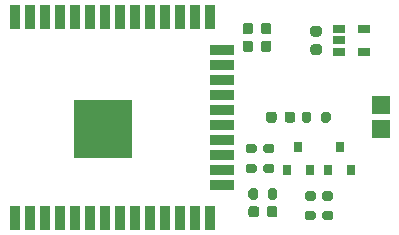
<source format=gtp>
G04 #@! TF.GenerationSoftware,KiCad,Pcbnew,(5.1.10)-1*
G04 #@! TF.CreationDate,2021-12-13T15:30:27+09:00*
G04 #@! TF.ProjectId,cat_tracker,6361745f-7472-4616-936b-65722e6b6963,rev?*
G04 #@! TF.SameCoordinates,Original*
G04 #@! TF.FileFunction,Paste,Top*
G04 #@! TF.FilePolarity,Positive*
%FSLAX46Y46*%
G04 Gerber Fmt 4.6, Leading zero omitted, Abs format (unit mm)*
G04 Created by KiCad (PCBNEW (5.1.10)-1) date 2021-12-13 15:30:27*
%MOMM*%
%LPD*%
G01*
G04 APERTURE LIST*
%ADD10R,0.800000X0.900000*%
%ADD11R,0.900000X2.000000*%
%ADD12R,2.000000X0.900000*%
%ADD13R,5.000000X5.000000*%
%ADD14R,1.060000X0.650000*%
%ADD15R,1.500000X1.500000*%
G04 APERTURE END LIST*
G36*
G01*
X56725000Y-47425000D02*
X57275000Y-47425000D01*
G75*
G02*
X57475000Y-47625000I0J-200000D01*
G01*
X57475000Y-48025000D01*
G75*
G02*
X57275000Y-48225000I-200000J0D01*
G01*
X56725000Y-48225000D01*
G75*
G02*
X56525000Y-48025000I0J200000D01*
G01*
X56525000Y-47625000D01*
G75*
G02*
X56725000Y-47425000I200000J0D01*
G01*
G37*
G36*
G01*
X56725000Y-45775000D02*
X57275000Y-45775000D01*
G75*
G02*
X57475000Y-45975000I0J-200000D01*
G01*
X57475000Y-46375000D01*
G75*
G02*
X57275000Y-46575000I-200000J0D01*
G01*
X56725000Y-46575000D01*
G75*
G02*
X56525000Y-46375000I0J200000D01*
G01*
X56525000Y-45975000D01*
G75*
G02*
X56725000Y-45775000I200000J0D01*
G01*
G37*
G36*
G01*
X58775000Y-46575000D02*
X58225000Y-46575000D01*
G75*
G02*
X58025000Y-46375000I0J200000D01*
G01*
X58025000Y-45975000D01*
G75*
G02*
X58225000Y-45775000I200000J0D01*
G01*
X58775000Y-45775000D01*
G75*
G02*
X58975000Y-45975000I0J-200000D01*
G01*
X58975000Y-46375000D01*
G75*
G02*
X58775000Y-46575000I-200000J0D01*
G01*
G37*
G36*
G01*
X58775000Y-48225000D02*
X58225000Y-48225000D01*
G75*
G02*
X58025000Y-48025000I0J200000D01*
G01*
X58025000Y-47625000D01*
G75*
G02*
X58225000Y-47425000I200000J0D01*
G01*
X58775000Y-47425000D01*
G75*
G02*
X58975000Y-47625000I0J-200000D01*
G01*
X58975000Y-48025000D01*
G75*
G02*
X58775000Y-48225000I-200000J0D01*
G01*
G37*
G36*
G01*
X53775000Y-42575000D02*
X53225000Y-42575000D01*
G75*
G02*
X53025000Y-42375000I0J200000D01*
G01*
X53025000Y-41975000D01*
G75*
G02*
X53225000Y-41775000I200000J0D01*
G01*
X53775000Y-41775000D01*
G75*
G02*
X53975000Y-41975000I0J-200000D01*
G01*
X53975000Y-42375000D01*
G75*
G02*
X53775000Y-42575000I-200000J0D01*
G01*
G37*
G36*
G01*
X53775000Y-44225000D02*
X53225000Y-44225000D01*
G75*
G02*
X53025000Y-44025000I0J200000D01*
G01*
X53025000Y-43625000D01*
G75*
G02*
X53225000Y-43425000I200000J0D01*
G01*
X53775000Y-43425000D01*
G75*
G02*
X53975000Y-43625000I0J-200000D01*
G01*
X53975000Y-44025000D01*
G75*
G02*
X53775000Y-44225000I-200000J0D01*
G01*
G37*
G36*
G01*
X52275000Y-42575000D02*
X51725000Y-42575000D01*
G75*
G02*
X51525000Y-42375000I0J200000D01*
G01*
X51525000Y-41975000D01*
G75*
G02*
X51725000Y-41775000I200000J0D01*
G01*
X52275000Y-41775000D01*
G75*
G02*
X52475000Y-41975000I0J-200000D01*
G01*
X52475000Y-42375000D01*
G75*
G02*
X52275000Y-42575000I-200000J0D01*
G01*
G37*
G36*
G01*
X52275000Y-44225000D02*
X51725000Y-44225000D01*
G75*
G02*
X51525000Y-44025000I0J200000D01*
G01*
X51525000Y-43625000D01*
G75*
G02*
X51725000Y-43425000I200000J0D01*
G01*
X52275000Y-43425000D01*
G75*
G02*
X52475000Y-43625000I0J-200000D01*
G01*
X52475000Y-44025000D01*
G75*
G02*
X52275000Y-44225000I-200000J0D01*
G01*
G37*
G36*
G01*
X53425000Y-46275000D02*
X53425000Y-45725000D01*
G75*
G02*
X53625000Y-45525000I200000J0D01*
G01*
X54025000Y-45525000D01*
G75*
G02*
X54225000Y-45725000I0J-200000D01*
G01*
X54225000Y-46275000D01*
G75*
G02*
X54025000Y-46475000I-200000J0D01*
G01*
X53625000Y-46475000D01*
G75*
G02*
X53425000Y-46275000I0J200000D01*
G01*
G37*
G36*
G01*
X51775000Y-46275000D02*
X51775000Y-45725000D01*
G75*
G02*
X51975000Y-45525000I200000J0D01*
G01*
X52375000Y-45525000D01*
G75*
G02*
X52575000Y-45725000I0J-200000D01*
G01*
X52575000Y-46275000D01*
G75*
G02*
X52375000Y-46475000I-200000J0D01*
G01*
X51975000Y-46475000D01*
G75*
G02*
X51775000Y-46275000I0J200000D01*
G01*
G37*
G36*
G01*
X57925000Y-39775000D02*
X57925000Y-39225000D01*
G75*
G02*
X58125000Y-39025000I200000J0D01*
G01*
X58525000Y-39025000D01*
G75*
G02*
X58725000Y-39225000I0J-200000D01*
G01*
X58725000Y-39775000D01*
G75*
G02*
X58525000Y-39975000I-200000J0D01*
G01*
X58125000Y-39975000D01*
G75*
G02*
X57925000Y-39775000I0J200000D01*
G01*
G37*
G36*
G01*
X56275000Y-39775000D02*
X56275000Y-39225000D01*
G75*
G02*
X56475000Y-39025000I200000J0D01*
G01*
X56875000Y-39025000D01*
G75*
G02*
X57075000Y-39225000I0J-200000D01*
G01*
X57075000Y-39775000D01*
G75*
G02*
X56875000Y-39975000I-200000J0D01*
G01*
X56475000Y-39975000D01*
G75*
G02*
X56275000Y-39775000I0J200000D01*
G01*
G37*
D10*
X56000000Y-42000000D03*
X56950000Y-44000000D03*
X55050000Y-44000000D03*
X59500000Y-42000000D03*
X60450000Y-44000000D03*
X58550000Y-44000000D03*
G36*
G01*
X54150000Y-39243750D02*
X54150000Y-39756250D01*
G75*
G02*
X53931250Y-39975000I-218750J0D01*
G01*
X53493750Y-39975000D01*
G75*
G02*
X53275000Y-39756250I0J218750D01*
G01*
X53275000Y-39243750D01*
G75*
G02*
X53493750Y-39025000I218750J0D01*
G01*
X53931250Y-39025000D01*
G75*
G02*
X54150000Y-39243750I0J-218750D01*
G01*
G37*
G36*
G01*
X55725000Y-39243750D02*
X55725000Y-39756250D01*
G75*
G02*
X55506250Y-39975000I-218750J0D01*
G01*
X55068750Y-39975000D01*
G75*
G02*
X54850000Y-39756250I0J218750D01*
G01*
X54850000Y-39243750D01*
G75*
G02*
X55068750Y-39025000I218750J0D01*
G01*
X55506250Y-39025000D01*
G75*
G02*
X55725000Y-39243750I0J-218750D01*
G01*
G37*
G36*
G01*
X52675000Y-47250000D02*
X52675000Y-47750000D01*
G75*
G02*
X52450000Y-47975000I-225000J0D01*
G01*
X52000000Y-47975000D01*
G75*
G02*
X51775000Y-47750000I0J225000D01*
G01*
X51775000Y-47250000D01*
G75*
G02*
X52000000Y-47025000I225000J0D01*
G01*
X52450000Y-47025000D01*
G75*
G02*
X52675000Y-47250000I0J-225000D01*
G01*
G37*
G36*
G01*
X54225000Y-47250000D02*
X54225000Y-47750000D01*
G75*
G02*
X54000000Y-47975000I-225000J0D01*
G01*
X53550000Y-47975000D01*
G75*
G02*
X53325000Y-47750000I0J225000D01*
G01*
X53325000Y-47250000D01*
G75*
G02*
X53550000Y-47025000I225000J0D01*
G01*
X54000000Y-47025000D01*
G75*
G02*
X54225000Y-47250000I0J-225000D01*
G01*
G37*
G36*
G01*
X57250000Y-33325000D02*
X57750000Y-33325000D01*
G75*
G02*
X57975000Y-33550000I0J-225000D01*
G01*
X57975000Y-34000000D01*
G75*
G02*
X57750000Y-34225000I-225000J0D01*
G01*
X57250000Y-34225000D01*
G75*
G02*
X57025000Y-34000000I0J225000D01*
G01*
X57025000Y-33550000D01*
G75*
G02*
X57250000Y-33325000I225000J0D01*
G01*
G37*
G36*
G01*
X57250000Y-31775000D02*
X57750000Y-31775000D01*
G75*
G02*
X57975000Y-32000000I0J-225000D01*
G01*
X57975000Y-32450000D01*
G75*
G02*
X57750000Y-32675000I-225000J0D01*
G01*
X57250000Y-32675000D01*
G75*
G02*
X57025000Y-32450000I0J225000D01*
G01*
X57025000Y-32000000D01*
G75*
G02*
X57250000Y-31775000I225000J0D01*
G01*
G37*
G36*
G01*
X52175000Y-31750000D02*
X52175000Y-32250000D01*
G75*
G02*
X51950000Y-32475000I-225000J0D01*
G01*
X51500000Y-32475000D01*
G75*
G02*
X51275000Y-32250000I0J225000D01*
G01*
X51275000Y-31750000D01*
G75*
G02*
X51500000Y-31525000I225000J0D01*
G01*
X51950000Y-31525000D01*
G75*
G02*
X52175000Y-31750000I0J-225000D01*
G01*
G37*
G36*
G01*
X53725000Y-31750000D02*
X53725000Y-32250000D01*
G75*
G02*
X53500000Y-32475000I-225000J0D01*
G01*
X53050000Y-32475000D01*
G75*
G02*
X52825000Y-32250000I0J225000D01*
G01*
X52825000Y-31750000D01*
G75*
G02*
X53050000Y-31525000I225000J0D01*
G01*
X53500000Y-31525000D01*
G75*
G02*
X53725000Y-31750000I0J-225000D01*
G01*
G37*
G36*
G01*
X52175000Y-33250000D02*
X52175000Y-33750000D01*
G75*
G02*
X51950000Y-33975000I-225000J0D01*
G01*
X51500000Y-33975000D01*
G75*
G02*
X51275000Y-33750000I0J225000D01*
G01*
X51275000Y-33250000D01*
G75*
G02*
X51500000Y-33025000I225000J0D01*
G01*
X51950000Y-33025000D01*
G75*
G02*
X52175000Y-33250000I0J-225000D01*
G01*
G37*
G36*
G01*
X53725000Y-33250000D02*
X53725000Y-33750000D01*
G75*
G02*
X53500000Y-33975000I-225000J0D01*
G01*
X53050000Y-33975000D01*
G75*
G02*
X52825000Y-33750000I0J225000D01*
G01*
X52825000Y-33250000D01*
G75*
G02*
X53050000Y-33025000I225000J0D01*
G01*
X53500000Y-33025000D01*
G75*
G02*
X53725000Y-33250000I0J-225000D01*
G01*
G37*
D11*
X31995000Y-31000000D03*
X33265000Y-31000000D03*
X34535000Y-31000000D03*
X35805000Y-31000000D03*
X37075000Y-31000000D03*
X38345000Y-31000000D03*
X39615000Y-31000000D03*
X40885000Y-31000000D03*
X42155000Y-31000000D03*
X43425000Y-31000000D03*
X44695000Y-31000000D03*
X45965000Y-31000000D03*
X47235000Y-31000000D03*
X48505000Y-31000000D03*
D12*
X49505000Y-33785000D03*
X49505000Y-35055000D03*
X49505000Y-36325000D03*
X49505000Y-37595000D03*
X49505000Y-38865000D03*
X49505000Y-40135000D03*
X49505000Y-41405000D03*
X49505000Y-42675000D03*
X49505000Y-43945000D03*
X49505000Y-45215000D03*
D11*
X48505000Y-48000000D03*
X47235000Y-48000000D03*
X45965000Y-48000000D03*
X44695000Y-48000000D03*
X43425000Y-48000000D03*
X42155000Y-48000000D03*
X40885000Y-48000000D03*
X39615000Y-48000000D03*
X38345000Y-48000000D03*
X37075000Y-48000000D03*
X35805000Y-48000000D03*
X34535000Y-48000000D03*
X33265000Y-48000000D03*
X31995000Y-48000000D03*
D13*
X39495000Y-40500000D03*
D14*
X61600000Y-32050000D03*
X61600000Y-33950000D03*
X59400000Y-33950000D03*
X59400000Y-33000000D03*
X59400000Y-32050000D03*
D15*
X63000000Y-38500000D03*
X63000000Y-40500000D03*
M02*

</source>
